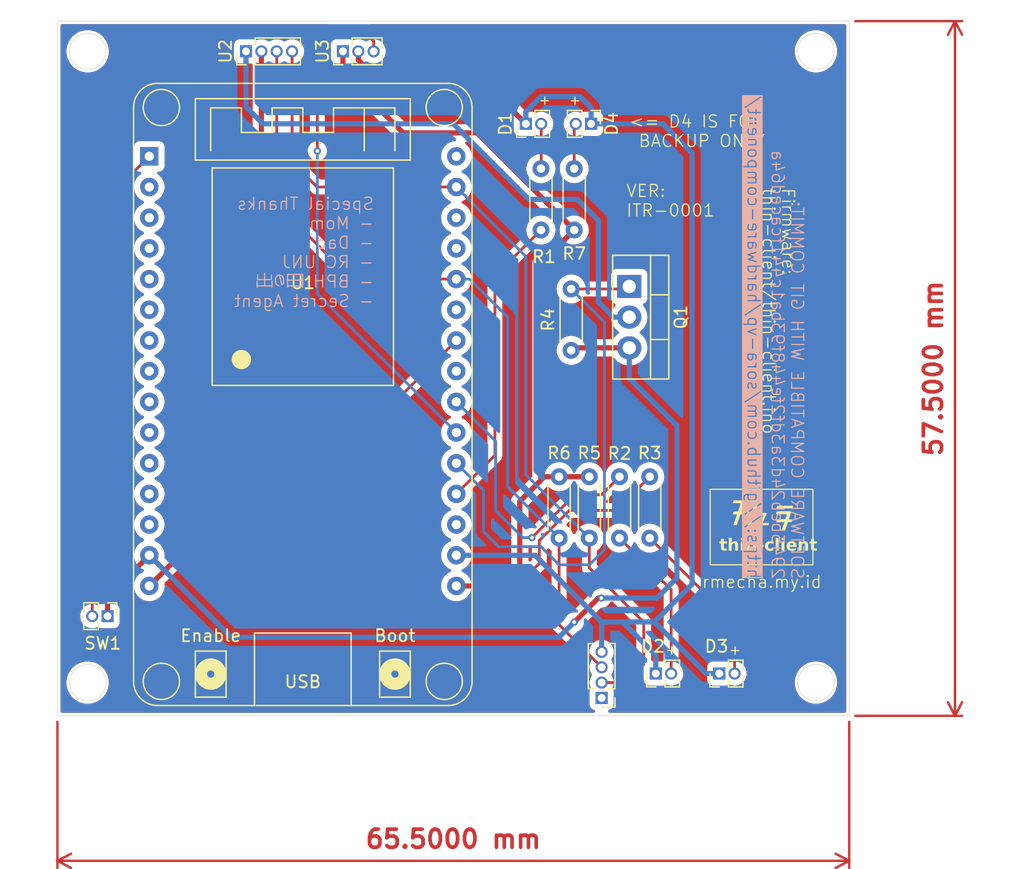
<source format=kicad_pcb>
(kicad_pcb (version 20240108) (generator "pcbnew") (generator_version "8.0")
  (layers (0 "F.Cu" signal) (31 "B.Cu" signal) (34 "B.Paste" user) (35 "F.Paste" user) (36 "B.SilkS" user "B.Silkscreen") (37 "F.SilkS" user "F.Silkscreen") (38 "B.Mask" user) (39 "F.Mask" user) (44 "Edge.Cuts" user))
  (net 0 "")
  (net 1 "GND1")
  (net 2 "Net-(D1-A)")
  (net 3 "Net-(D2-A)")
  (net 4 "Net-(D3-A)")
  (net 5 "Net-(D4-A)")
  (net 7 "/SDA")
  (net 8 "/SCL")
  (net 9 "Net-(Q1-D)")
  (net 10 "GND2")
  (net 11 "/PN532_RESET")
  (net 12 "/SUCCESS_LED")
  (net 13 "/SERIAL_SENT_LED")
  (net 14 "/ERROR_LED")
  (net 15 "+3.3V")
  (net 16 "Net-(U1-EN)")
  (net 33 "/IR_SENSOR")
  (net 36 "+5V")
  (footprint "Resistor_THT:R_Axial_DIN0204_L3.6mm_D1.6mm_P5.08mm_Horizontal" (layer "F.Cu") (at 153.5 114.46 -90)
    (property "Reference" "R2" (at -1.92 0 180) (layer "F.SilkS"))
    (property "Value" "R1k")
    (fp_line (start 0.62 0.92) (end 4.46 0.92) (stroke (width 0.12)) (layer "F.SilkS"))
    (fp_line (start 0.62 -0.92) (end 4.46 -0.92) (stroke (width 0.12)) (layer "F.SilkS"))
    (pad "1" thru_hole circle (at 0 0 270) (size 1.4 1.4) (drill 0.7) (layers "*.Cu" "*.Mask") (net 13 "/SERIAL_SENT_LED"))
    (pad "2" thru_hole oval (at 5.08 0 270) (size 1.4 1.4) (drill 0.7) (layers "*.Cu" "*.Mask") (net 3 "Net-(D2-A)"))
  )
  (footprint "Resistor_THT:R_Axial_DIN0204_L3.6mm_D1.6mm_P5.08mm_Horizontal" (layer "F.Cu") (at 156 114.46 -90)
    (property "Reference" "R3" (at -1.96 0 180) (layer "F.SilkS"))
    (property "Value" "R10")
    (fp_line (start 0.62 0.92) (end 4.46 0.92) (stroke (width 0.12)) (layer "F.SilkS"))
    (fp_line (start 0.62 -0.92) (end 4.46 -0.92) (stroke (width 0.12)) (layer "F.SilkS"))
    (pad "1" thru_hole circle (at 0 0 270) (size 1.4 1.4) (drill 0.7) (layers "*.Cu" "*.Mask") (net 14 "/ERROR_LED"))
    (pad "2" thru_hole oval (at 5.08 0 270) (size 1.4 1.4) (drill 0.7) (layers "*.Cu" "*.Mask") (net 4 "Net-(D3-A)"))
  )
  (footprint "Resistor_THT:R_Axial_DIN0204_L3.6mm_D1.6mm_P5.08mm_Horizontal" (layer "F.Cu") (at 149.5 104 90)
    (property "Reference" "R4" (at 2.54 -1.92 90) (layer "F.SilkS"))
    (property "Value" "R10k")
    (fp_line (start 0.62 -0.92) (end 4.46 -0.92) (stroke (width 0.12)) (layer "F.SilkS"))
    (fp_line (start 0.62 0.92) (end 4.46 0.92) (stroke (width 0.12)) (layer "F.SilkS"))
    (pad "1" thru_hole circle (at 0 0 90) (size 1.4 1.4) (drill 0.7) (layers "*.Cu" "*.Mask") (net 10 "GND2"))
    (pad "2" thru_hole oval (at 5.08 0 90) (size 1.4 1.4) (drill 0.7) (layers "*.Cu" "*.Mask") (net 11 "/PN532_RESET"))
  )
  (footprint "Resistor_THT:R_Axial_DIN0204_L3.6mm_D1.6mm_P5.08mm_Horizontal" (layer "F.Cu") (at 147 94.04 90)
    (property "Reference" "R1" (at -2.21 0.25 180) (layer "F.SilkS"))
    (property "Value" "R10")
    (fp_line (start 0.62 -0.92) (end 4.46 -0.92) (stroke (width 0.12)) (layer "F.SilkS"))
    (fp_line (start 0.62 0.92) (end 4.46 0.92) (stroke (width 0.12)) (layer "F.SilkS"))
    (pad "1" thru_hole circle (at 0 0 90) (size 1.4 1.4) (drill 0.7) (layers "*.Cu" "*.Mask") (net 12 "/SUCCESS_LED"))
    (pad "2" thru_hole oval (at 5.08 0 90) (size 1.4 1.4) (drill 0.7) (layers "*.Cu" "*.Mask") (net 2 "Net-(D1-A)"))
  )
  (footprint "Connector_PinHeader_1.27mm:PinHeader_1x02_P1.27mm_Vertical" (layer "F.Cu") (at 161.75 130.75 90)
    (property "Reference" "D3" (at 2.25 -0.23 180) (layer "F.SilkS"))
    (property "Value" "LED")
    (fp_line (start -1.11 -0.76) (end 0 -0.76) (stroke (width 0.12)) (layer "F.SilkS"))
    (fp_line (start -1.11 0) (end -1.11 -0.76) (stroke (width 0.12)) (layer "F.SilkS"))
    (fp_line (start 1.11 0.76) (end 1.11 1.965) (stroke (width 0.12)) (layer "F.SilkS"))
    (fp_line (start 0.563471 0.76) (end 1.11 0.76) (stroke (width 0.12)) (layer "F.SilkS"))
    (fp_line (start -1.11 0.76) (end -0.563471 0.76) (stroke (width 0.12)) (layer "F.SilkS"))
    (fp_line (start -1.11 0.76) (end -1.11 1.965) (stroke (width 0.12)) (layer "F.SilkS"))
    (fp_line (start 0.30753 1.965) (end 1.11 1.965) (stroke (width 0.12)) (layer "F.SilkS"))
    (fp_line (start -1.11 1.965) (end -0.30753 1.965) (stroke (width 0.12)) (layer "F.SilkS"))
    (pad "1" thru_hole rect (at 0 0 90) (size 1 1) (drill 0.65) (layers "*.Cu" "*.Mask") (net 1 "GND1"))
    (pad "2" thru_hole oval (at 0 1.27 90) (size 1 1) (drill 0.65) (layers "*.Cu" "*.Mask") (net 4 "Net-(D3-A)"))
  )
  (footprint "ESP32_DevKit_V1_DOIT:esp32_devkit_v1_doit" (layer "F.Cu") (at 127.3 87.94)
    (property "Reference" "U1" (at 0 10.47 0) (layer "F.SilkS"))
    (property "Value" "ESP32_DevKit_V1_DOIT")
    (fp_line (start -14 -4.04) (end -14 43.46) (stroke (width 0.12)) (layer "F.SilkS"))
    (fp_line (start -12 -6.04) (end 12 -6.04) (stroke (width 0.12)) (layer "F.SilkS"))
    (fp_line (start -12 45.46) (end 12 45.46) (stroke (width 0.12)) (layer "F.SilkS"))
    (fp_line (start -8.89 -4.77) (end 8.89 -4.77) (stroke (width 0.12)) (layer "F.SilkS"))
    (fp_line (start -8.89 0.31) (end -8.89 -4.77) (stroke (width 0.12)) (layer "F.SilkS"))
    (fp_line (start -8.89 40.95) (end -6.35 40.95) (stroke (width 0.12)) (layer "F.SilkS"))
    (fp_line (start -8.89 44.76) (end -8.89 40.95) (stroke (width 0.12)) (layer "F.SilkS"))
    (fp_line (start -7.62 -4.008) (end -5.08 -4.008) (stroke (width 0.12)) (layer "F.SilkS"))
    (fp_line (start -7.62 -0.452) (end -7.62 -4.008) (stroke (width 0.12)) (layer "F.SilkS"))
    (fp_line (start -7.5 0.96) (end 7.5 0.96) (stroke (width 0.12)) (layer "F.SilkS"))
    (fp_line (start -7.5 18.96) (end -7.5 0.96) (stroke (width 0.12)) (layer "F.SilkS"))
    (fp_line (start -6.35 40.95) (end -6.35 44.76) (stroke (width 0.12)) (layer "F.SilkS"))
    (fp_line (start -6.35 44.76) (end -8.89 44.76) (stroke (width 0.12)) (layer "F.SilkS"))
    (fp_line (start -5.08 -4.008) (end -5.08 -1.976) (stroke (width 0.12)) (layer "F.SilkS"))
    (fp_line (start -5.08 -1.976) (end -2.54 -1.976) (stroke (width 0.12)) (layer "F.SilkS"))
    (fp_line (start -4 39.46) (end -4 45.46) (stroke (width 0.12)) (layer "F.SilkS"))
    (fp_line (start -4 39.46) (end 4 39.46) (stroke (width 0.12)) (layer "F.SilkS"))
    (fp_line (start -2.54 -4.008) (end 0 -4.008) (stroke (width 0.12)) (layer "F.SilkS"))
    (fp_line (start -2.54 -1.976) (end -2.54 -4.008) (stroke (width 0.12)) (layer "F.SilkS"))
    (fp_line (start 0 -4.008) (end 0 -1.976) (stroke (width 0.12)) (layer "F.SilkS"))
    (fp_line (start 0 -1.976) (end 2.54 -1.976) (stroke (width 0.12)) (layer "F.SilkS"))
    (fp_line (start 2.54 -4.008) (end 7.62 -4.008) (stroke (width 0.12)) (layer "F.SilkS"))
    (fp_line (start 2.54 -1.976) (end 2.54 -4.008) (stroke (width 0.12)) (layer "F.SilkS"))
    (fp_line (start 4 39.46) (end 4 45.46) (stroke (width 0.12)) (layer "F.SilkS"))
    (fp_line (start 5.08 -4.008) (end 5.08 -0.452) (stroke (width 0.12)) (layer "F.SilkS"))
    (fp_line (start 6.35 40.95) (end 8.89 40.95) (stroke (width 0.12)) (layer "F.SilkS"))
    (fp_line (start 6.35 44.76) (end 6.35 40.95) (stroke (width 0.12)) (layer "F.SilkS"))
    (fp_line (start 7.5 0.96) (end 7.5 18.96) (stroke (width 0.12)) (layer "F.SilkS"))
    (fp_line (start 7.5 18.96) (end -7.5 18.96) (stroke (width 0.12)) (layer "F.SilkS"))
    (fp_line (start 7.62 -4.008) (end 7.62 -0.452) (stroke (width 0.12)) (layer "F.SilkS"))
    (fp_line (start 8.89 -4.77) (end 8.89 0.31) (stroke (width 0.12)) (layer "F.SilkS"))
    (fp_line (start 8.89 0.31) (end -8.89 0.31) (stroke (width 0.12)) (layer "F.SilkS"))
    (fp_line (start 8.89 40.95) (end 8.89 44.76) (stroke (width 0.12)) (layer "F.SilkS"))
    (fp_line (start 8.89 44.76) (end 6.35 44.76) (stroke (width 0.12)) (layer "F.SilkS"))
    (fp_line (start 14 43.46) (end 14 -4.04) (stroke (width 0.12)) (layer "F.SilkS"))
    (fp_arc (start -14 -4.04) (mid -13.414214 -5.454214) (end -12 -6.04) (stroke (width 0.12)) (layer "F.SilkS"))
    (fp_arc (start -12 45.46) (mid -13.414214 44.874214) (end -14 43.46) (stroke (width 0.12)) (layer "F.SilkS"))
    (fp_arc (start 12 -6.04) (mid 13.414214 -5.454214) (end 14 -4.04) (stroke (width 0.12)) (layer "F.SilkS"))
    (fp_arc (start 14 43.46) (mid 13.414214 44.874214) (end 12 45.46) (stroke (width 0.12)) (layer "F.SilkS"))
    (fp_circle (center -11.7 -4.04) (end -10.2 -4.04) (stroke (width 0.12)) (fill none) (layer "F.SilkS"))
    (fp_circle (center -11.7 43.46) (end -10.2 43.46) (stroke (width 0.12)) (fill none) (layer "F.SilkS"))
    (fp_circle (center -7.62 42.855) (end -7.32 42.855) (stroke (width 1)) (fill none) (layer "F.SilkS"))
    (fp_circle (center -5.08 16.82) (end -4.68 16.82) (stroke (width 0.8)) (fill none) (layer "F.SilkS"))
    (fp_circle (center 7.62 42.855) (end 7.92 42.855) (stroke (width 1)) (fill none) (layer "F.SilkS"))
    (fp_circle (center 11.7 -4.04) (end 13.2 -4.04) (stroke (width 0.12)) (fill none) (layer "F.SilkS"))
    (fp_circle (center 11.7 43.46) (end 13.2 43.46) (stroke (width 0.12)) (fill none) (layer "F.SilkS"))
    (fp_text user "Enable" (at -7.62 39.68 0) (layer "F.SilkS"))
    (fp_text user "USB" (at 0 43.49 0) (layer "F.SilkS"))
    (fp_text user "Boot" (at 7.62 39.68 0) (layer "F.SilkS"))
    (pad "1" thru_hole rect (at -12.7 0) (size 1.524 1.524) (drill 0.762) (layers "*.Cu" "*.Mask") (net 16 "Net-(U1-EN)"))
    (pad "2" thru_hole circle (at -12.7 2.54) (size 1.524 1.524) (drill 0.762) (layers "*.Cu" "*.Mask"))
    (pad "3" thru_hole circle (at -12.7 5.08) (size 1.524 1.524) (drill 0.762) (layers "*.Cu" "*.Mask"))
    (pad "4" thru_hole circle (at -12.7 7.62) (size 1.524 1.524) (drill 0.762) (layers "*.Cu" "*.Mask"))
    (pad "5" thru_hole circle (at -12.7 10.16) (size 1.524 1.524) (drill 0.762) (layers "*.Cu" "*.Mask"))
    (pad "6" thru_hole circle (at -12.7 12.7) (size 1.524 1.524) (drill 0.762) (layers "*.Cu" "*.Mask"))
    (pad "7" thru_hole circle (at -12.7 15.24) (size 1.524 1.524) (drill 0.762) (layers "*.Cu" "*.Mask"))
    (pad "8" thru_hole circle (at -12.7 17.78) (size 1.524 1.524) (drill 0.762) (layers "*.Cu" "*.Mask"))
    (pad "9" thru_hole circle (at -12.7 20.32) (size 1.524 1.524) (drill 0.762) (layers "*.Cu" "*.Mask"))
    (pad "10" thru_hole circle (at -12.7 22.86) (size 1.524 1.524) (drill 0.762) (layers "*.Cu" "*.Mask"))
    (pad "11" thru_hole circle (at -12.7 25.4) (size 1.524 1.524) (drill 0.762) (layers "*.Cu" "*.Mask"))
    (pad "12" thru_hole circle (at -12.7 27.94) (size 1.524 1.524) (drill 0.762) (layers "*.Cu" "*.Mask"))
    (pad "13" thru_hole circle (at -12.7 30.48) (size 1.524 1.524) (drill 0.762) (layers "*.Cu" "*.Mask"))
    (pad "14" thru_hole circle (at -12.7 33.02) (size 1.524 1.524) (drill 0.762) (layers "*.Cu" "*.Mask") (net 10 "GND2"))
    (pad "15" thru_hole circle (at -12.7 35.56) (size 1.524 1.524) (drill 0.762) (layers "*.Cu" "*.Mask") (net 36 "+5V"))
    (pad "16" thru_hole circle (at 12.7 35.56) (size 1.524 1.524) (drill 0.762) (layers "*.Cu" "*.Mask") (net 15 "+3.3V"))
    (pad "17" thru_hole circle (at 12.7 33.02) (size 1.524 1.524) (drill 0.762) (layers "*.Cu" "*.Mask") (net 1 "GND1"))
    (pad "18" thru_hole circle (at 12.7 30.48) (size 1.524 1.524) (drill 0.762) (layers "*.Cu" "*.Mask"))
    (pad "19" thru_hole circle (at 12.7 27.94) (size 1.524 1.524) (drill 0.762) (layers "*.Cu" "*.Mask") (net 12 "/SUCCESS_LED"))
    (pad "20" thru_hole circle (at 12.7 25.4) (size 1.524 1.524) (drill 0.762) (layers "*.Cu" "*.Mask") (net 11 "/PN532_RESET"))
    (pad "21" thru_hole circle (at 12.7 22.86) (size 1.524 1.524) (drill 0.762) (layers "*.Cu" "*.Mask") (net 33 "/IR_SENSOR"))
    (pad "22" thru_hole circle (at 12.7 20.32) (size 1.524 1.524) (drill 0.762) (layers "*.Cu" "*.Mask") (net 13 "/SERIAL_SENT_LED"))
    (pad "23" thru_hole circle (at 12.7 17.78) (size 1.524 1.524) (drill 0.762) (layers "*.Cu" "*.Mask"))
    (pad "24" thru_hole circle (at 12.7 15.24) (size 1.524 1.524) (drill 0.762) (layers "*.Cu" "*.Mask") (net 14 "/ERROR_LED"))
    (pad "25" thru_hole circle (at 12.7 12.7) (size 1.524 1.524) (drill 0.762) (layers "*.Cu" "*.Mask"))
    (pad "26" thru_hole circle (at 12.7 10.16) (size 1.524 1.524) (drill 0.762) (layers "*.Cu" "*.Mask") (net 7 "/SDA"))
    (pad "27" thru_hole circle (at 12.7 7.62) (size 1.524 1.524) (drill 0.762) (layers "*.Cu" "*.Mask"))
    (pad "28" thru_hole circle (at 12.7 5.08) (size 1.524 1.524) (drill 0.762) (layers "*.Cu" "*.Mask"))
    (pad "29" thru_hole circle (at 12.7 2.54) (size 1.524 1.524) (drill 0.762) (layers "*.Cu" "*.Mask") (net 8 "/SCL"))
    (pad "30" thru_hole circle (at 12.7 0) (size 1.524 1.524) (drill 0.762) (layers "*.Cu" "*.Mask"))
  )
  (footprint "Connector_PinHeader_1.27mm:PinHeader_1x02_P1.27mm_Vertical" (layer "F.Cu") (at 145.75 85.25 90)
    (property "Reference" "D1" (at 0 -1.695 90) (layer "F.SilkS"))
    (property "Value" "LED")
    (fp_line (start -1.11 -0.76) (end 0 -0.76) (stroke (width 0.12)) (layer "F.SilkS"))
    (fp_line (start -1.11 0) (end -1.11 -0.76) (stroke (width 0.12)) (layer "F.SilkS"))
    (fp_line (start 1.11 0.76) (end 1.11 1.965) (stroke (width 0.12)) (layer "F.SilkS"))
    (fp_line (start 0.563471 0.76) (end 1.11 0.76) (stroke (width 0.12)) (layer "F.SilkS"))
    (fp_line (start -1.11 0.76) (end -0.563471 0.76) (stroke (width 0.12)) (layer "F.SilkS"))
    (fp_line (start -1.11 0.76) (end -1.11 1.965) (stroke (width 0.12)) (layer "F.SilkS"))
    (fp_line (start 0.30753 1.965) (end 1.11 1.965) (stroke (width 0.12)) (layer "F.SilkS"))
    (fp_line (start -1.11 1.965) (end -0.30753 1.965) (stroke (width 0.12)) (layer "F.SilkS"))
    (pad "1" thru_hole rect (at 0 0 90) (size 1 1) (drill 0.65) (layers "*.Cu" "*.Mask") (net 1 "GND1"))
    (pad "2" thru_hole oval (at 0 1.27 90) (size 1 1) (drill 0.65) (layers "*.Cu" "*.Mask") (net 2 "Net-(D1-A)"))
  )
  (footprint "Connector_PinHeader_1.27mm:PinHeader_1x02_P1.27mm_Vertical" (layer "F.Cu") (at 156.5 130.75 90)
    (property "Reference" "D2" (at 2.25 -0.23 180) (layer "F.SilkS"))
    (property "Value" "LED")
    (fp_line (start -1.11 -0.76) (end 0 -0.76) (stroke (width 0.12)) (layer "F.SilkS"))
    (fp_line (start -1.11 0) (end -1.11 -0.76) (stroke (width 0.12)) (layer "F.SilkS"))
    (fp_line (start 1.11 0.76) (end 1.11 1.965) (stroke (width 0.12)) (layer "F.SilkS"))
    (fp_line (start 0.563471 0.76) (end 1.11 0.76) (stroke (width 0.12)) (layer "F.SilkS"))
    (fp_line (start -1.11 0.76) (end -0.563471 0.76) (stroke (width 0.12)) (layer "F.SilkS"))
    (fp_line (start -1.11 0.76) (end -1.11 1.965) (stroke (width 0.12)) (layer "F.SilkS"))
    (fp_line (start 0.30753 1.965) (end 1.11 1.965) (stroke (width 0.12)) (layer "F.SilkS"))
    (fp_line (start -1.11 1.965) (end -0.30753 1.965) (stroke (width 0.12)) (layer "F.SilkS"))
    (pad "1" thru_hole rect (at 0 0 90) (size 1 1) (drill 0.65) (layers "*.Cu" "*.Mask") (net 1 "GND1"))
    (pad "2" thru_hole oval (at 0 1.27 90) (size 1 1) (drill 0.65) (layers "*.Cu" "*.Mask") (net 3 "Net-(D2-A)"))
  )
  (footprint "Resistor_THT:R_Axial_DIN0204_L3.6mm_D1.6mm_P5.08mm_Horizontal" (layer "F.Cu") (at 148.5 119.54 90)
    (property "Reference" "R6" (at 7.04 0 180) (layer "F.SilkS"))
    (property "Value" "R10k")
    (fp_line (start 0.62 -0.92) (end 4.46 -0.92) (stroke (width 0.12)) (layer "F.SilkS"))
    (fp_line (start 0.62 0.92) (end 4.46 0.92) (stroke (width 0.12)) (layer "F.SilkS"))
    (pad "1" thru_hole circle (at 0 0 90) (size 1.4 1.4) (drill 0.7) (layers "*.Cu" "*.Mask") (net 7 "/SDA"))
    (pad "2" thru_hole oval (at 5.08 0 90) (size 1.4 1.4) (drill 0.7) (layers "*.Cu" "*.Mask") (net 15 "+3.3V"))
  )
  (footprint "Connector_PinHeader_1.27mm:PinHeader_1x02_P1.27mm_Vertical" (layer "F.Cu") (at 111.15 126 -90)
    (property "Reference" "SW1" (at 2.25 0.4 0) (layer "F.SilkS"))
    (property "Value" "SW_Push")
    (fp_line (start -1.11 1.965) (end -0.30753 1.965) (stroke (width 0.12)) (layer "F.SilkS"))
    (fp_line (start 0.30753 1.965) (end 1.11 1.965) (stroke (width 0.12)) (layer "F.SilkS"))
    (fp_line (start -1.11 0.76) (end -1.11 1.965) (stroke (width 0.12)) (layer "F.SilkS"))
    (fp_line (start -1.11 0.76) (end -0.563471 0.76) (stroke (width 0.12)) (layer "F.SilkS"))
    (fp_line (start 0.563471 0.76) (end 1.11 0.76) (stroke (width 0.12)) (layer "F.SilkS"))
    (fp_line (start 1.11 0.76) (end 1.11 1.965) (stroke (width 0.12)) (layer "F.SilkS"))
    (fp_line (start -1.11 0) (end -1.11 -0.76) (stroke (width 0.12)) (layer "F.SilkS"))
    (fp_line (start -1.11 -0.76) (end 0 -0.76) (stroke (width 0.12)) (layer "F.SilkS"))
    (pad "1" thru_hole rect (at 0 0 270) (size 1 1) (drill 0.65) (layers "*.Cu" "*.Mask") (net 10 "GND2"))
    (pad "2" thru_hole oval (at 0 1.27 270) (size 1 1) (drill 0.65) (layers "*.Cu" "*.Mask") (net 16 "Net-(U1-EN)"))
  )
  (footprint "Connector_PinHeader_1.27mm:PinHeader_1x03_P1.27mm_Vertical" (layer "F.Cu") (at 130.62 79.25 90)
    (property "Reference" "U3" (at 0 -1.695 90) (layer "F.SilkS"))
    (property "Value" "~")
    (fp_line (start -1.11 -0.76) (end 0 -0.76) (stroke (width 0.12)) (layer "F.SilkS"))
    (fp_line (start -1.11 0) (end -1.11 -0.76) (stroke (width 0.12)) (layer "F.SilkS"))
    (fp_line (start 1.11 0.76) (end 1.11 3.235) (stroke (width 0.12)) (layer "F.SilkS"))
    (fp_line (start 0.563471 0.76) (end 1.11 0.76) (stroke (width 0.12)) (layer "F.SilkS"))
    (fp_line (start -1.11 0.76) (end -0.563471 0.76) (stroke (width 0.12)) (layer "F.SilkS"))
    (fp_line (start -1.11 0.76) (end -1.11 3.235) (stroke (width 0.12)) (layer "F.SilkS"))
    (fp_line (start 0.30753 3.235) (end 1.11 3.235) (stroke (width 0.12)) (layer "F.SilkS"))
    (fp_line (start -1.11 3.235) (end -0.30753 3.235) (stroke (width 0.12)) (layer "F.SilkS"))
    (pad "1" thru_hole rect (at 0 0 90) (size 1 1) (drill 0.65) (layers "*.Cu" "*.Mask") (net 15 "+3.3V"))
    (pad "2" thru_hole oval (at 0 1.27 90) (size 1 1) (drill 0.65) (layers "*.Cu" "*.Mask") (net 1 "GND1"))
    (pad "3" thru_hole oval (at 0 2.54 90) (size 1 1) (drill 0.65) (layers "*.Cu" "*.Mask") (net 33 "/IR_SENSOR"))
  )
  (footprint "Package_TO_SOT_THT:TO-220-3_Vertical" (layer "F.Cu") (at 154.305 98.71 -90)
    (property "Reference" "Q1" (at 2.54 -4.27 90) (layer "F.SilkS"))
    (property "Value" "IRLZ44N")
    (fp_line (start -2.58 1.371) (end 7.66 1.371) (stroke (width 0.12)) (layer "F.SilkS"))
    (fp_line (start -2.58 -1.76) (end 7.66 -1.76) (stroke (width 0.12)) (layer "F.SilkS"))
    (fp_line (start -2.58 -3.27) (end -2.58 1.371) (stroke (width 0.12)) (layer "F.SilkS"))
    (fp_line (start -2.58 -3.27) (end 7.66 -3.27) (stroke (width 0.12)) (layer "F.SilkS"))
    (fp_line (start 0.69 -3.27) (end 0.69 -1.76) (stroke (width 0.12)) (layer "F.SilkS"))
    (fp_line (start 4.391 -3.27) (end 4.391 -1.76) (stroke (width 0.12)) (layer "F.SilkS"))
    (fp_line (start 7.66 -3.27) (end 7.66 1.371) (stroke (width 0.12)) (layer "F.SilkS"))
    (pad "1" thru_hole rect (at 0 0 270) (size 1.905 2) (drill 1.1) (layers "*.Cu" "*.Mask") (net 11 "/PN532_RESET"))
    (pad "2" thru_hole oval (at 2.54 0 270) (size 1.905 2) (drill 1.1) (layers "*.Cu" "*.Mask") (net 9 "Net-(Q1-D)"))
    (pad "3" thru_hole oval (at 5.08 0 270) (size 1.905 2) (drill 1.1) (layers "*.Cu" "*.Mask") (net 10 "GND2"))
  )
  (footprint "Connector_PinHeader_1.27mm:PinHeader_1x02_P1.27mm_Vertical" (layer "F.Cu") (at 151.15 85.25 -90)
    (property "Reference" "D4" (at 0 -1.695 90) (layer "F.SilkS"))
    (property "Value" "LED")
    (fp_line (start -1.11 1.965) (end -0.30753 1.965) (stroke (width 0.12)) (layer "F.SilkS"))
    (fp_line (start 0.30753 1.965) (end 1.11 1.965) (stroke (width 0.12)) (layer "F.SilkS"))
    (fp_line (start -1.11 0.76) (end -1.11 1.965) (stroke (width 0.12)) (layer "F.SilkS"))
    (fp_line (start -1.11 0.76) (end -0.563471 0.76) (stroke (width 0.12)) (layer "F.SilkS"))
    (fp_line (start 0.563471 0.76) (end 1.11 0.76) (stroke (width 0.12)) (layer "F.SilkS"))
    (fp_line (start 1.11 0.76) (end 1.11 1.965) (stroke (width 0.12)) (layer "F.SilkS"))
    (fp_line (start -1.11 0) (end -1.11 -0.76) (stroke (width 0.12)) (layer "F.SilkS"))
    (fp_line (start -1.11 -0.76) (end 0 -0.76) (stroke (width 0.12)) (layer "F.SilkS"))
    (pad "1" thru_hole rect (at 0 0 270) (size 1 1) (drill 0.65) (layers "*.Cu" "*.Mask") (net 1 "GND1"))
    (pad "2" thru_hole oval (at 0 1.27 270) (size 1 1) (drill 0.65) (layers "*.Cu" "*.Mask") (net 5 "Net-(D4-A)"))
  )
  (footprint "Connector_PinHeader_1.27mm:PinHeader_1x04_P1.27mm_Vertical" (layer "F.Cu") (at 122.6 79.25 90)
    (property "Reference" "U2" (at 0 -1.695 90) (layer "F.SilkS"))
    (property "Value" "~")
    (fp_line (start -1.11 -0.76) (end 0 -0.76) (stroke (width 0.12)) (layer "F.SilkS"))
    (fp_line (start -1.11 0) (end -1.11 -0.76) (stroke (width 0.12)) (layer "F.SilkS"))
    (fp_line (start 1.11 0.76) (end 1.11 4.505) (stroke (width 0.12)) (layer "F.SilkS"))
    (fp_line (start 0.563471 0.76) (end 1.11 0.76) (stroke (width 0.12)) (layer "F.SilkS"))
    (fp_line (start -1.11 0.76) (end -0.563471 0.76) (stroke (width 0.12)) (layer "F.SilkS"))
    (fp_line (start -1.11 0.76) (end -1.11 4.505) (stroke (width 0.12)) (layer "F.SilkS"))
    (fp_line (start 0.30753 4.505) (end 1.11 4.505) (stroke (width 0.12)) (layer "F.SilkS"))
    (fp_line (start -1.11 4.505) (end -0.30753 4.505) (stroke (width 0.12)) (layer "F.SilkS"))
    (pad "1" thru_hole rect (at 0 0 90) (size 1 1) (drill 0.65) (layers "*.Cu" "*.Mask") (net 9 "Net-(Q1-D)"))
    (pad "2" thru_hole oval (at 0 1.27 90) (size 1 1) (drill 0.65) (layers "*.Cu" "*.Mask") (net 36 "+5V"))
    (pad "3" thru_hole oval (at 0 2.54 90) (size 1 1) (drill 0.65) (layers "*.Cu" "*.Mask") (net 7 "/SDA"))
    (pad "4" thru_hole oval (at 0 3.81 90) (size 1 1) (drill 0.65) (layers "*.Cu" "*.Mask") (net 8 "/SCL"))
  )
  (footprint "Resistor_THT:R_Axial_DIN0204_L3.6mm_D1.6mm_P5.08mm_Horizontal" (layer "F.Cu") (at 151 119.54 90)
    (property "Reference" "R5" (at 7.04 0 180) (layer "F.SilkS"))
    (property "Value" "R10k")
    (fp_line (start 0.62 -0.92) (end 4.46 -0.92) (stroke (width 0.12)) (layer "F.SilkS"))
    (fp_line (start 0.62 0.92) (end 4.46 0.92) (stroke (width 0.12)) (layer "F.SilkS"))
    (pad "1" thru_hole circle (at 0 0 90) (size 1.4 1.4) (drill 0.7) (layers "*.Cu" "*.Mask") (net 8 "/SCL"))
    (pad "2" thru_hole oval (at 5.08 0 90) (size 1.4 1.4) (drill 0.7) (layers "*.Cu" "*.Mask") (net 15 "+3.3V"))
  )
  (footprint "Resistor_THT:R_Axial_DIN0204_L3.6mm_D1.6mm_P5.08mm_Horizontal" (layer "F.Cu") (at 149.75 94.04 90)
    (property "Reference" "R7" (at -1.96 0 180) (layer "F.SilkS"))
    (property "Value" "R10")
    (fp_line (start 0.62 -0.92) (end 4.46 -0.92) (stroke (width 0.12)) (layer "F.SilkS"))
    (fp_line (start 0.62 0.92) (end 4.46 0.92) (stroke (width 0.12)) (layer "F.SilkS"))
    (pad "1" thru_hole circle (at 0 0 90) (size 1.4 1.4) (drill 0.7) (layers "*.Cu" "*.Mask") (net 15 "+3.3V"))
    (pad "2" thru_hole oval (at 5.08 0 90) (size 1.4 1.4) (drill 0.7) (layers "*.Cu" "*.Mask") (net 5 "Net-(D4-A)"))
  )
  (footprint "Connector_PinHeader_1.27mm:PinHeader_1x04_P1.27mm_Vertical" (layer "F.Cu") (at 152.02 132.77 180)
    (property "Reference" "J1" (hide yes))
    (property "Value" "AudioJackI2C_Switch")
    (fp_line (start 1.11 0.76) (end 1.11 4.505) (stroke (width 0.12)) (layer "F.SilkS"))
    (fp_line (start 0.563471 0.76) (end 1.11 0.76) (stroke (width 0.12)) (layer "F.SilkS"))
    (fp_line (start 0.30753 4.505) (end 1.11 4.505) (stroke (width 0.12)) (layer "F.SilkS"))
    (fp_line (start -1.11 4.505) (end -0.30753 4.505) (stroke (width 0.12)) (layer "F.SilkS"))
    (fp_line (start -1.11 0.76) (end -0.563471 0.76) (stroke (width 0.12)) (layer "F.SilkS"))
    (fp_line (start -1.11 0.76) (end -1.11 4.505) (stroke (width 0.12)) (layer "F.SilkS"))
    (fp_line (start -1.11 0) (end -1.11 -0.76) (stroke (width 0.12)) (layer "F.SilkS"))
    (fp_line (start -1.11 -0.76) (end 0 -0.76) (stroke (width 0.12)) (layer "F.SilkS"))
    (pad "1" thru_hole rect (at 0 0 180) (size 1 1) (drill 0.65) (layers "*.Cu" "*.Mask"))
    (pad "2" thru_hole oval (at 0 1.27 180) (size 1 1) (drill 0.65) (layers "*.Cu" "*.Mask") (net 8 "/SCL"))
    (pad "3" thru_hole oval (at 0 2.54 180) (size 1 1) (drill 0.65) (layers "*.Cu" "*.Mask") (net 7 "/SDA"))
    (pad "4" thru_hole oval (at 0 3.81 180) (size 1 1) (drill 0.65) (layers "*.Cu" "*.Mask") (net 1 "GND1"))
  )
  (footprint "LOGO" (layer "F.Cu") (at 165.25 117.5)
    (property "Reference" "G***" (hide yes))
    (property "Value" "LOGO" (hide yes))
    (fp_poly (pts (xy 2.585198 -0.532168) (xy 2.550173 -0.424134) (xy 1.882878 -0.416131) (xy 1.215582 -0.408129) (xy 1.225912 -0.456144) (xy 1.241582 -0.507976) (xy 1.258323 -0.547378) (xy 1.27441 -0.586725) (xy 1.280403 -0.6154) (xy 1.283196 -0.621518) (xy 1.293425 -0.626555) (xy 1.313863 -0.630612) (xy 1.347283 -0.633791) (xy 1.396458 -0.636197) (xy 1.464162 -0.63793) (xy 1.553167 -0.639095) (xy 1.666247 -0.639793) (xy 1.806175 -0.640127) (xy 1.950313 -0.640202) (xy 2.620223 -0.640202)) (fill solid) (layer "F.SilkS"))
    (fp_poly (pts (xy 1.933755 -0.189848) (xy 2.049966 -0.18735) (xy 2.159391 -0.183757) (xy 2.257802 -0.179182) (xy 2.34097 -0.173738) (xy 2.404668 -0.167539) (xy 2.444668 -0.160698) (xy 2.456836 -0.153593) (xy 2.447152 -0.121156) (xy 2.431029 -0.068386) (xy 2.410709 -0.002492) (xy 2.388434 0.069318) (xy 2.366447 0.139835) (xy 2.34699 0.201848) (xy 2.332305 0.24815) (xy 2.324635 0.271531) (xy 2.324432 0.272085) (xy 2.315126 0.297913) (xy 2.313078 0.304096) (xy 2.286957 0.388321) (xy 2.268561 0.442316) (xy 2.264736 0.452142) (xy 2.262081 0.465369) (xy 2.270914 0.47364) (xy 2.296708 0.478097) (xy 2.344933 0.479881) (xy 2.399044 0.480151) (xy 2.46289 0.481196) (xy 2.512525 0.483997) (xy 2.540849 0.488054) (xy 2.544801 0.490429) (xy 2.540536 0.509811) (xy 2.529311 0.551175) (xy 2.513477 0.605878) (xy 2.512113 0.610467) (xy 2.479426 0.720227) (xy 2.317385 0.720227) (xy 2.251002 0.721084) (xy 2.199702 0.723398) (xy 2.169705 0.726785) (xy 2.164795 0.729676) (xy 2.165552 0.749062) (xy 2.156402 0.786873) (xy 2.150073 0.8057) (xy 2.133887 0.852275) (xy 2.12248 0.88868) (xy 2.120508 0.896282) (xy 2.114424 0.917526) (xy 2.112665 0.92029) (xy 2.10747 0.933122) (xy 2.104549 0.944297) (xy 2.097452 0.967344) (xy 2.081749 1.014558) (xy 2.059481 1.079919) (xy 2.032688 1.157406) (xy 2.020487 1.192375) (xy 1.942093 1.416446) (xy 1.795306 1.421048) (xy 1.731239 1.422166) (xy 1.681343 1.421343) (xy 1.652684 1.418782) (xy 1.648519 1.416829) (xy 1.655193 1.396991) (xy 1.663374 1.380217) (xy 1.674292 1.353798) (xy 1.69191 1.304675) (xy 1.713469 1.240727) (xy 1.729107 1.192375) (xy 1.75204 1.121131) (xy 1.773002 1.057605) (xy 1.78913 1.010395) (xy 1.795705 0.992426) (xy 1.808256 0.957632) (xy 1.826534 0.903505) (xy 1.846751 0.841278) (xy 1.84831 0.836377) (xy 1.885195 0.720227) (xy 1.550789 0.720227) (xy 1.451254 0.71968) (xy 1.363538 0.718153) (xy 1.292322 0.715814) (xy 1.24229 0.71283) (xy 1.218125 0.709371) (xy 1.216619 0.708223) (xy 1.222052 0.680621) (xy 1.23529 0.635719) (xy 1.252645 0.584183) (xy 1.270429 0.53668) (xy 1.284954 0.503877) (xy 1.289894 0.496268) (xy 1.31007 0.491314) (xy 1.35739 0.486606) (xy 1.426987 0.482423) (xy 1.513994 0.479048) (xy 1.613545 0.476761) (xy 1.632023 0.476492) (xy 1.95872 0.472148) (xy 1.995828 0.376316) (xy 2.020932 0.306781) (xy 2.047189 0.226814) (xy 2.063565 0.172252) (xy 2.094194 0.06402) (xy 1.64823 0.06402) (xy 1.531961 0.063546) (xy 1.426387 0.062209) (xy 1.33567 0.060135) (xy 1.263973 0.057448) (xy 1.21546 0.054276) (xy 1.194292 0.050742) (xy 1.193787 0.050299) (xy 1.194356 0.029286) (xy 1.203961 -0.012723) (xy 1.220531 -0.066703) (xy 1.220845 -0.067626) (xy 1.256384 -0.17183) (xy 1.398893 -0.181945) (xy 1.485612 -0.186623) (xy 1.586687 -0.189638) (xy 1.697887 -0.191106) (xy 1.814986 -0.191138)) (fill solid) (layer "F.SilkS"))
    (fp_poly (pts (xy -1.57953 -1.085316) (xy -1.491101 -1.083933) (xy -1.429082 -1.081312) (xy -1.391612 -1.077398) (xy -1.376831 -1.072136) (xy -1.376434 -1.070939) (xy -1.381337 -1.048826) (xy -1.394508 -1.004098) (xy -1.413644 -0.944352) (xy -1.426283 -0.906646) (xy -1.449602 -0.837132) (xy -1.470212 -0.773849) (xy -1.484986 -0.726481) (xy -1.489091 -0.712225) (xy -1.499335 -0.678302) (xy -1.517453 -0.622139) (xy -1.540823 -0.551738) (xy -1.565094 -0.480151) (xy -1.590683 -0.404395) (xy -1.613104 -0.336084) (xy -1.629862 -0.282944) (xy -1.63826 -0.253567) (xy -1.649595 -0.211609) (xy -1.658166 -0.185545) (xy -1.659041 -0.173934) (xy -1.647503 -0.166448) (xy -1.618383 -0.16222) (xy -1.566509 -0.160382) (xy -1.506186 -0.160051) (xy -1.425152 -0.158412) (xy -1.371019 -0.153649) (xy -1.345954 -0.145987) (xy -1.344424 -0.143052) (xy -1.349816 -0.113708) (xy -1.363314 -0.066882) (xy -1.380897 -0.014501) (xy -1.398547 0.031505) (xy -1.412245 0.059208) (xy -1.412846 0.060019) (xy -1.436474 0.070723) (xy -1.488515 0.07734) (xy -1.570505 0.080045) (xy -1.59046 0.080131) (xy -1.752552 0.080238) (xy -1.823483 0.300201) (xy -1.849663 0.380663) (xy -1.873119 0.451406) (xy -1.891766 0.506243) (xy -1.90352 0.53899) (xy -1.90566 0.544171) (xy -1.915502 0.569633) (xy -1.932144 0.617047) (xy -1.952621 0.67788) (xy -1.961274 0.704222) (xy -1.984661 0.775499) (xy -2.007403 0.844086) (xy -2.025448 0.897776) (xy -2.029041 0.908286) (xy -2.05244 0.976307) (xy -2.194588 0.976307) (xy -2.257566 0.975451) (xy -2.306242 0.97316) (xy -2.333427 0.969849) (xy -2.336736 0.968088) (xy -2.3304 0.948607) (xy -2.322766 0.932076) (xy -2.313934 0.909523) (xy -2.297931 0.864286) (xy -2.277013 0.803172) (xy -2.253436 0.732984) (xy -2.229457 0.660529) (xy -2.20733 0.592611) (xy -2.189311 0.536036) (xy -2.177657 0.497609) (xy -2.174435 0.484597) (xy -2.169198 0.468979) (xy -2.155859 0.432339) (xy -2.142537 0.396569) (xy -2.123827 0.345439) (xy -2.109613 0.304249) (xy -2.104663 0.28809) (xy -2.095892 0.260553) (xy -2.079717 0.214672) (xy -2.065572 0.176281) (xy -2.047947 0.128628) (xy -2.035996 0.095053) (xy -2.03264 0.084252) (xy -2.047569 0.082553) (xy -2.088046 0.081181) (xy -2.147611 0.080289) (xy -2.208696 0.080025) (xy -2.279423 0.079686) (xy -2.336554 0.078766) (xy -2.373638 0.077412) (xy -2.384578 0.076024) (xy -2.379226 0.053797) (xy -2.36642 0.012564) (xy -2.34986 -0.036678) (xy -2.333247 -0.082934) (xy -2.32028 -0.115204) (xy -2.320128 -0.115535) (xy -2.310247 -0.134572) (xy -2.297449 -0.14722) (xy -2.275517 -0.154999) (xy -2.238233 -0.159432) (xy -2.17938 -0.162043) (xy -2.124067 -0.16355) (xy -1.948088 -0.168053) (xy -1.925557 -0.240076) (xy -1.91128 -0.286298) (xy -1.901164 -0.320117) (xy -1.898939 -0.328104) (xy -1.886229 -0.370621) (xy -1.86696 -0.42789) (xy -1.846337 -0.484889) (xy -1.832378 -0.520164) (xy -1.815905 -0.563401) (xy -1.795561 -0.622784) (xy -1.775333 -0.685962) (xy -1.759211 -0.740586) (xy -1.752268 -0.768242) (xy -1.742011 -0.804264) (xy -1.736213 -0.820259) (xy -1.7344 -0.829647) (xy -1.740012 -0.836673) (xy -1.756926 -0.841676) (xy -1.789023 -0.844996) (xy -1.840181 -0.846972) (xy -1.914281 -0.847945) (xy -2.0152 -0.848253) (xy -2.056014 -0.848267) (xy -2.386908 -0.848267) (xy -2.375486 -0.884279) (xy -2.363696 -0.920374) (xy -2.346524 -0.971779) (xy -2.336875 -1.000315) (xy -2.309686 -1.080341) (xy -1.84306 -1.084584) (xy -1.696229 -1.085515)) (fill solid) (layer "F.SilkS"))
    (fp_poly (pts (xy -0.564779 -1.08805) (xy -0.458284 -1.087221) (xy -0.366585 -1.085933) (xy -0.293815 -1.084265) (xy -0.244107 -1.082294) (xy -0.221594 -1.080096) (xy -0.220779 -1.079716) (xy -0.221937 -1.062265) (xy -0.231011 -1.022071) (xy -0.245781 -0.966755) (xy -0.264026 -0.903938) (xy -0.283527 -0.84124) (xy -0.302063 -0.786282) (xy -0.317414 -0.746684) (xy -0.318518 -0.744235) (xy -0.329028 -0.716149) (xy -0.345972 -0.665242) (xy -0.366779 -0.59941) (xy -0.38362 -0.544172) (xy -0.406568 -0.468914) (xy -0.42845 -0.39927) (xy -0.446312 -0.344537) (xy -0.454831 -0.320101) (xy -0.474428 -0.265374) (xy -0.492442 -0.212235) (xy -0.492497 -0.212067) (xy -0.509381 -0.160051) (xy -0.343836 -0.160051) (xy -0.17829 -0.160051) (xy -0.191715 -0.11324) (xy -0.198493 -0.077457) (xy -0.195933 -0.057223) (xy -0.177816 -0.054405) (xy -0.132689 -0.051935) (xy -0.06555 -0.049955) (xy 0.0186 -0.048605) (xy 0.114763 -0.048027) (xy 0.130708 -0.048015) (xy 0.22757 -0.047738) (xy 0.312507 -0.046965) (xy 0.380709 -0.045783) (xy 0.427363 -0.044281) (xy 0.447658 -0.042547) (xy 0.448141 -0.042227) (xy 0.442127 -0.025883) (xy 0.426226 0.012045) (xy 0.403648 0.063936) (xy 0.399282 0.07381) (xy 0.372098 0.135281) (xy 0.347234 0.191732) (xy 0.329943 0.231233) (xy 0.329578 0.232073) (xy 0.309803 0.276649) (xy 0.284816 0.331761) (xy 0.275461 0.352111) (xy 0.25055 0.407174) (xy 0.221102 0.474002) (xy 0.189759 0.546375) (xy 0.159162 0.618074) (xy 0.131954 0.68288) (xy 0.110776 0.734574) (xy 0.098271 0.766936) (xy 0.09603 0.774495) (xy 0.111158 0.777731) (xy 0.153038 0.780512) (xy 0.21641 0.782647) (xy 0.296018 0.783942) (xy 0.361826 0.784247) (xy 0.45994 0.784516) (xy 0.530284 0.785611) (xy 0.577095 0.787963) (xy 0.604609 0.792005) (xy 0.617065 0.798169) (xy 0.6187 0.806885) (xy 0.617618 0.810315) (xy 0.607624 0.84155) (xy 0.594581 0.888556) (xy 0.589998 0.906345) (xy 0.572381 0.976307) (xy 0.180824 0.976307) (xy 0.073105 0.97584) (xy -0.022782 0.974528) (xy -0.102593 0.972501) (xy -0.16209 0.969893) (xy -0.197029 0.966836) (xy -0.204554 0.964303) (xy -0.197292 0.949122) (xy -0.182707 0.917286) (xy -0.159196 0.86525) (xy -0.125153 0.789472) (xy -0.101288 0.736232) (xy -0.075361 0.679913) (xy -0.050661 0.628775) (xy -0.038023 0.60419) (xy -0.014196 0.560176) (xy -0.148476 0.560176) (xy -0.210978 0.559142) (xy -0.260408 0.556386) (xy -0.288674 0.552432) (xy -0.292024 0.550909) (xy -0.292803 0.531625) (xy -0.284207 0.493312) (xy -0.277181 0.470883) (xy -0.253072 0.400126) (xy -0.102327 0.400126) (xy 0.048419 0.400126) (xy 0.08868 0.309087) (xy 0.111879 0.254086) (xy 0.13032 0.2058) (xy 0.138228 0.181047) (xy 0.147515 0.144045) (xy -0.07829 0.144045) (xy -0.167355 0.143811) (xy -0.229311 0.142645) (xy -0.269058 0.139853) (xy -0.291499 0.134741) (xy -0.301532 0.126612) (xy -0.30406 0.114773) (xy -0.304096 0.112035) (xy -0.306526 0.096759) (xy -0.3179 0.087297) (xy -0.344341 0.082274) (xy -0.391974 0.080313) (xy -0.446567 0.080025) (xy -0.589039 0.080025) (xy -0.63055 0.204064) (xy -0.652851 0.270796) (xy -0.681292 0.356031) (xy -0.711911 0.447897) (xy -0.735973 0.520164) (xy -0.765737 0.609193) (xy -0.796976 0.701948) (xy -0.825592 0.786297) (xy -0.844083 0.840264) (xy -0.88828 0.968305) (xy -1.028324 0.972929) (xy -1.090764 0.974182) (xy -1.138864 0.973607) (xy -1.165393 0.971362) (xy -1.168368 0.96989) (xy -1.163632 0.952854) (xy -1.150701 0.911318) (xy -1.131496 0.851152) (xy -1.107935 0.778225) (xy -1.081939 0.698408) (xy -1.055426 0.617571) (xy -1.030316 0.541584) (xy -1.008529 0.476317) (xy -0.991983 0.42764) (xy -0.982598 0.401423) (xy -0.98207 0.400126) (xy -0.97271 0.375189) (xy -0.955878 0.327912) (xy -0.934391 0.266268) (xy -0.921249 0.228072) (xy -0.870551 0.080025) (xy -1.043467 0.080025) (xy -1.124287 0.079672) (xy -1.177092 0.076255) (xy -1.205874 0.066235) (xy -1.214625 0.046075) (xy -1.207337 0.012237) (xy -1.188002 -0.038817) (xy -1.185295 -0.045677) (xy -1.169438 -0.091382) (xy -1.16213 -0.123978) (xy -1.163176 -0.133518) (xy -1.158583 -0.143873) (xy -1.123152 -0.152426) (xy -1.058011 -0.159019) (xy -0.964292 -0.163496) (xy -0.944298 -0.164069) (xy -0.79225 -0.168053) (xy -0.707397 -0.416131) (xy -0.678138 -0.502582) (xy -0.652229 -0.580847) (xy -0.631639 -0.64484) (xy -0.618339 -0.688475) (xy -0.614606 -0.702697) (xy -0.601839 -0.745716) (xy -0.591425 -0.769666) (xy -0.578531 -0.795415) (xy -0.573445 -0.814821) (xy -0.579643 -0.82878) (xy -0.600605 -0.838189) (xy -0.639808 -0.843946) (xy -0.70073 -0.846947) (xy -0.78685 -0.848088) (xy -0.896283 -0.848267) (xy -1.009883 -0.8487) (xy -1.094863 -0.850144) (xy -1.154604 -0.852817) (xy -1.192486 -0.856936) (xy -1.21189 -0.862719) (xy -1.216383 -0.868888) (xy -1.210913 -0.896297) (xy -1.197193 -0.941625) (xy -1.179263 -0.993233) (xy -1.16116 -1.039482) (xy -1.147179 -1.068337) (xy -1.135395 -1.074546) (xy -1.106993 -1.079439) (xy -1.059233 -1.083135) (xy -0.989377 -1.085751) (xy -0.894686 -1.087404) (xy -0.772422 -1.088214) (xy -0.681937 -1.088343)) (fill solid) (layer "F.SilkS"))
  )
  (gr_rect (start 161 115.5) (end 169.5 121.75) (stroke (width 0.1)) (fill none) (layer "F.SilkS"))
  (gr_circle (center 109.5 79.25) (end 111 79.25) (stroke (width 0.05)) (fill none) (layer "Edge.Cuts"))
  (gr_circle (center 169.75 79.25) (end 171.25 79.25) (stroke (width 0.05)) (fill none) (layer "Edge.Cuts"))
  (gr_circle (center 109.5 131.5) (end 111 131.5) (stroke (width 0.05)) (fill none) (layer "Edge.Cuts"))
  (gr_circle (center 169.75 131.5) (end 171.25 131.5) (stroke (width 0.05)) (fill none) (layer "Edge.Cuts"))
  (gr_rect (start 107 76.75) (end 172.5 134.25) (stroke (width 0.05)) (fill none) (layer "Edge.Cuts"))
  (gr_text "https://github.com/sora-vp/hardware-component/" (at 164 123 270) (layer "B.SilkS" knockout) (effects (font (size 1 1) (thickness 0.1)) (justify left bottom mirror)))
  (gr_text "SOFTWARE COMPATIBLE WITH GIT COMMIT:\n2945beb24d3a3df2fe448f93ba1c441fcaced64a" (at 166 123 270) (layer "B.SilkS") (effects (font (size 1 1) (thickness 0.1)) (justify left bottom mirror)))
  (gr_text "Special Thanks\n- Mom\n- Dad\n- RC UNJ\n- BPH 日の出\n- Secret Agent" (at 133.25 100.5 0) (layer "B.SilkS") (effects (font (size 1 1) (thickness 0.1)) (justify left bottom mirror)))
  (gr_text "+" (at 157.25 129.25 0) (layer "F.SilkS") (effects (font (size 0.8 0.8) (thickness 0.1)) (justify left bottom)))
  (gr_text "+" (at 146.75 83.75 0) (layer "F.SilkS") (effects (font (size 0.8 0.8) (thickness 0.1)) (justify left bottom)))
  (gr_text "<= D4 IS FOR\n BACKUP ONLY" (at 154.25 87.25 0) (layer "F.SilkS") (effects (font (size 1 1) (thickness 0.1)) (justify left bottom)))
  (gr_text "Firmware:\nthin-client/thin-client.ino" (at 165.25 90.5 270) (layer "F.SilkS") (effects (font (size 1 1) (thickness 0.1)) (justify left bottom)))
  (gr_text "thin-client" (at 161.75 120.75 0) (layer "F.SilkS") (effects (font (size 1 1) (thickness 0.2) (bold yes)) (justify left bottom)))
  (gr_text "VER:\nITR-0001" (at 154 93 0) (layer "F.SilkS") (effects (font (size 1 1) (thickness 0.1)) (justify left bottom)))
  (gr_text "+" (at 149.25 83.75 0) (layer "F.SilkS") (effects (font (size 0.8 0.8) (thickness 0.1)) (justify left bottom)))
  (gr_text "rmecha.my.id" (at 160.25 123.75 0) (layer "F.SilkS") (effects (font (size 1 1) (thickness 0.1)) (justify left bottom)))
  (gr_text "+" (at 162.5 129.25 0) (layer "F.SilkS") (effects (font (size 0.8 0.8) (thickness 0.1)) (justify left bottom)))
  (dimension (type aligned) (layer "F.Cu") (pts (xy 107 134.25) (xy 172.5 134.25)) (height 12) (gr_text "65,5000 mm" (at 139.75 144.45 0) (layer "F.Cu") (effects (font (size 1.5 1.5) (thickness 0.3)))) (format (prefix "") (suffix "") (units 3) (units_format 1) (precision 4)) (style (thickness 0.2) (arrow_length 1.27) (text_position_mode 0) (extension_height 0.58642) (extension_offset 0.5) keep_text_aligned))
  (dimension (type aligned) (layer "F.Cu") (pts (xy 172.5 134.25) (xy 172.5 76.75)) (height 8.75) (gr_text "57,5000 mm" (at 179.45 105.5 90) (layer "F.Cu") (effects (font (size 1.5 1.5) (thickness 0.3)))) (format (prefix "") (suffix "") (units 3) (units_format 1) (precision 4)) (style (thickness 0.2) (arrow_length 1.27) (text_position_mode 0) (extension_height 0.58642) (extension_offset 0.5) keep_text_aligned))
  (segment (start 143 82.5) (end 145.75 85.25) (width 0.43) (layer "F.Cu") (net 1))
  (segment (start 131.89 79.957106) (end 134.432894 82.5) (width 0.43) (layer "F.Cu") (net 1))
  (segment (start 134.432894 82.5) (end 143 82.5) (width 0.43) (layer "F.Cu") (net 1))
  (segment (start 131.89 79.25) (end 131.89 79.957106) (width 0.43) (layer "F.Cu") (net 1))
  (segment (start 151.15 85.25) (end 157.082206 85.25) (width 0.43) (layer "B.Cu") (net 1))
  (segment (start 140 120.96) (end 146.5 120.96) (width 0.43) (layer "B.Cu") (net 1))
  (segment (start 156.385 126.48) (end 155.5 126.48) (width 0.43) (layer "B.Cu") (net 1))
  (segment (start 159.5 87.667794) (end 159.5 123.365) (width 0.43) (layer "B.Cu") (net 1))
  (segment (start 159.5 123.365) (end 156.385 126.48) (width 0.43) (layer "B.Cu") (net 1))
  (segment (start 151.15 85.25) (end 151.15 83.9) (width 0.43) (layer "B.Cu") (net 1))
  (segment (start 147 83) (end 150.25 83) (width 0.43) (layer "B.Cu") (net 1))
  (segment (start 161.75 130.75) (end 160.655 130.75) (width 0.43) (layer "B.Cu") (net 1))
  (segment (start 160.655 130.75) (end 156.385 126.48) (width 0.43) (layer "B.Cu") (net 1))
  (segment (start 156.5 130.75) (end 156.5 129.23) (width 0.43) (layer "B.Cu") (net 1))
  (segment (start 152.02 126.48) (end 152.02 128.96) (width 0.43) (layer "B.Cu") (net 1))
  (segment (start 156.5 129.23) (end 153.75 126.48) (width 0.43) (layer "B.Cu") (net 1))
  (segment (start 153.75 126.48) (end 155.5 126.48) (width 0.43) (layer "B.Cu") (net 1))
  (segment (start 151.15 83.9) (end 150.25 83) (width 0.43) (layer "B.Cu") (net 1))
  (segment (start 145.75 85.25) (end 145.75 84.25) (width 0.43) (layer "B.Cu") (net 1))
  (segment (start 152.02 126.48) (end 153.75 126.48) (width 0.43) (layer "B.Cu") (net 1))
  (segment (start 146.5 120.96) (end 152.02 126.48) (width 0.43) (layer "B.Cu") (net 1))
  (segment (start 157.082206 85.25) (end 159.5 87.667794) (width 0.43) (layer "B.Cu") (net 1))
  (segment (start 145.75 84.25) (end 147 83) (width 0.43) (layer "B.Cu") (net 1))
  (segment (start 147.02 88.94) (end 147 88.96) (width 0.23) (layer "F.Cu") (net 2))
  (segment (start 147.02 85.25) (end 147.02 88.94) (width 0.23) (layer "F.Cu") (net 2))
  (segment (start 157.77 123.81) (end 157.77 130.75) (width 0.23) (layer "F.Cu") (net 3))
  (segment (start 153.5 119.54) (end 157.77 123.81) (width 0.23) (layer "F.Cu") (net 3))
  (segment (start 156 119.54) (end 163.02 126.56) (width 0.23) (layer "F.Cu") (net 4))
  (segment (start 163.02 126.56) (end 163.02 130.75) (width 0.23) (layer "F.Cu") (net 4))
  (segment (start 149.75 88.96) (end 149.75 85.38) (width 0.23) (layer "F.Cu") (net 5))
  (segment (start 149.75 85.38) (end 149.88 85.25) (width 0.23) (layer "F.Cu") (net 5))
  (segment (start 131.35 98.1) (end 131.75 98.1) (width 0.23) (layer "F.Cu") (net 7))
  (segment (start 131.75 98.1) (end 140 98.1) (width 0.23) (layer "F.Cu") (net 7))
  (segment (start 125.14 91.89) (end 131.35 98.1) (width 0.23) (layer "F.Cu") (net 7))
  (segment (start 148.5 119.54) (end 148.5 126.71) (width 0.23) (layer "F.Cu") (net 7))
  (segment (start 148.5 126.71) (end 152.02 130.23) (width 0.23) (layer "F.Cu") (net 7))
  (segment (start 125.14 79.25) (end 125.14 91.89) (width 0.23) (layer "F.Cu") (net 7))
  (segment (start 140 98.1) (end 141.1 98.1) (width 0.23) (layer "B.Cu") (net 7))
  (segment (start 144.25 101.25) (end 144.25 115.29) (width 0.23) (layer "B.Cu") (net 7))
  (segment (start 144.25 115.29) (end 148.5 119.54) (width 0.23) (layer "B.Cu") (net 7))
  (segment (start 141.1 98.1) (end 144.25 101.25) (width 0.23) (layer "B.Cu") (net 7))
  (segment (start 126.41 88.41) (end 128.5 90.5) (width 0.23) (layer "F.Cu") (net 8))
  (segment (start 155.5 126.5) (end 155.5 130) (width 0.23) (layer "F.Cu") (net 8))
  (segment (start 154 131.5) (end 152.02 131.5) (width 0.23) (layer "F.Cu") (net 8))
  (segment (start 128.5 90.5) (end 128.52 90.48) (width 0.23) (layer "F.Cu") (net 8))
  (segment (start 155.5 130) (end 154 131.5) (width 0.23) (layer "F.Cu") (net 8))
  (segment (start 151 119.54) (end 151 122) (width 0.23) (layer "F.Cu") (net 8))
  (segment (start 126.41 79.25) (end 126.41 88.41) (width 0.23) (layer "F.Cu") (net 8))
  (segment (start 151 122) (end 155.5 126.5) (width 0.23) (layer "F.Cu") (net 8))
  (segment (start 128.52 90.48) (end 140 90.48) (width 0.23) (layer "F.Cu") (net 8))
  (segment (start 145.75 96.23) (end 145.75 114.29) (width 0.23) (layer "B.Cu") (net 8))
  (segment (start 140 90.48) (end 145.75 96.23) (width 0.23) (layer "B.Cu") (net 8))
  (segment (start 145.75 114.29) (end 151 119.54) (width 0.23) (layer "B.Cu") (net 8))
  (segment (start 122.6 79.25) (end 122.6 83.85) (width 0.43) (layer "B.Cu") (net 9))
  (segment (start 151.75 93.25) (end 151.75 100) (width 0.43) (layer "B.Cu") (net 9))
  (segment (start 124 85.25) (end 139.75 85.25) (width 0.43) (layer "B.Cu") (net 9))
  (segment (start 122.6 83.85) (end 124 85.25) (width 0.43) (layer "B.Cu") (net 9))
  (segment (start 153 101.25) (end 154.305 101.25) (width 0.43) (layer "B.Cu") (net 9))
  (segment (start 150 91.5) (end 151.75 93.25) (width 0.43) (layer "B.Cu") (net 9))
  (segment (start 139.75 85.25) (end 146 91.5) (width 0.43) (layer "B.Cu") (net 9))
  (segment (start 146 91.5) (end 150 91.5) (width 0.43) (layer "B.Cu") (net 9))
  (segment (start 151.75 100) (end 153 101.25) (width 0.43) (layer "B.Cu") (net 9))
  (segment (start 111.15 124.41) (end 111.15 126) (width 0.43) (layer "F.Cu") (net 10))
  (segment (start 149.71 103.79) (end 149.5 104) (width 0.43) (layer "F.Cu") (net 10))
  (segment (start 149.75 126.5) (end 151.75 124.5) (width 0.43) (layer "F.Cu") (net 10))
  (segment (start 154.305 103.79) (end 149.71 103.79) (width 0.43) (layer "F.Cu") (net 10))
  (segment (start 151.75 124.5) (end 152 124.5) (width 0.43) (layer "F.Cu") (net 10))
  (segment (start 114.6 120.96) (end 111.15 124.41) (width 0.43) (layer "F.Cu") (net 10))
  (via (at 149.75 126.5) (size 0.6) (drill 0.3) (layers "F.Cu" "B.Cu") (net 10))
  (via (at 152 124.5) (size 0.6) (drill 0.3) (layers "F.Cu" "B.Cu") (net 10))
  (segment (start 114.6 120.96) (end 121.39 127.75) (width 0.43) (layer "B.Cu") (net 10))
  (segment (start 156.589046 124.5) (end 158.25 122.839046) (width 0.43) (layer "B.Cu") (net 10))
  (segment (start 148.5 127.75) (end 149.75 126.5) (width 0.43) (layer "B.Cu") (net 10))
  (segment (start 121.5 127.75) (end 148.5 127.75) (width 0.43) (layer "B.Cu") (net 10))
  (segment (start 154.305 106.305) (end 154.305 103.79) (width 0.43) (layer "B.Cu") (net 10))
  (segment (start 152 124.5) (end 156.589046 124.5) (width 0.43) (layer "B.Cu") (net 10))
  (segment (start 158.25 110.25) (end 154.305 106.305) (width 0.43) (layer "B.Cu") (net 10))
  (segment (start 158.25 122.839046) (end 158.25 110.25) (width 0.43) (layer "B.Cu") (net 10))
  (segment (start 121.39 127.75) (end 121.5 127.75) (width 0.43) (layer "B.Cu") (net 10))
  (segment (start 149.5 98.92) (end 154.095 98.92) (width 0.23) (layer "F.Cu") (net 11))
  (segment (start 154.095 98.92) (end 154.305 98.71) (width 0.23) (layer "F.Cu") (net 11))
  (segment (start 148.5 121.75) (end 147 120.25) (width 0.23) (layer "B.Cu") (net 11))
  (segment (start 142.25 119) (end 142.25 115.59) (width 0.23) (layer "B.Cu") (net 11))
  (segment (start 143.5 120.25) (end 142.25 119) (width 0.23) (layer "B.Cu") (net 11))
  (segment (start 147 120.25) (end 143.5 120.25) (width 0.23) (layer "B.Cu") (net 11))
  (segment (start 149.5 98.92) (end 152.25 101.67) (width 0.23) (layer "B.Cu") (net 11))
  (segment (start 152.25 101.67) (end 152.25 120.5) (width 0.23) (layer "B.Cu") (net 11))
  (segment (start 152.25 120.5) (end 151 121.75) (width 0.23) (layer "B.Cu") (net 11))
  (segment (start 142.25 115.59) (end 140 113.34) (width 0.23) (layer "B.Cu") (net 11))
  (segment (start 151 121.75) (end 148.5 121.75) (width 0.23) (layer "B.Cu") (net 11))
  (segment (start 143.19 112.69) (end 143.19 97.85) (width 0.23) (layer "F.Cu") (net 12))
  (segment (start 140 115.88) (end 143.19 112.69) (width 0.23) (layer "F.Cu") (net 12))
  (segment (start 143.19 97.85) (end 147 94.04) (width 0.23) (layer "F.Cu") (net 12))
  (segment (start 153.5 114.46) (end 152.015 115.945) (width 0.23) (layer "F.Cu") (net 13))
  (segment (start 149.805 115.945) (end 146.25 119.5) (width 0.23) (layer "F.Cu") (net 13))
  (segment (start 152.015 115.945) (end 149.805 115.945) (width 0.23) (layer "F.Cu") (net 13))
  (via (at 146.25 119.5) (size 0.6) (drill 0.3) (layers "F.Cu" "B.Cu") (net 13))
  (segment (start 140 108.26) (end 143.25 111.51) (width 0.23) (layer "B.Cu") (net 13))
  (segment (start 145.5 119.5) (end 143.25 117.25) (width 0.23) (layer "B.Cu") (net 13))
  (segment (start 146.25 119.5) (end 145.5 119.5) (width 0.23) (layer "B.Cu") (net 13))
  (segment (start 143.25 111.51) (end 143.25 117.25) (width 0.23) (layer "B.Cu") (net 13))
  (segment (start 156 114.46) (end 153.21 117.25) (width 0.23) (layer "F.Cu") (net 14))
  (segment (start 135.25 107.93) (end 140 103.18) (width 0.23) (layer "F.Cu") (net 14))
  (segment (start 149.354573 117.25) (end 146.865 119.739573) (width 0.23) (layer "F.Cu") (net 14))
  (segment (start 146.865 119.739573) (end 146.865 121.635) (width 0.23) (layer "F.Cu") (net 14))
  (segment (start 136.5 125.75) (end 135.25 124.5) (width 0.23) (layer "F.Cu") (net 14))
  (segment (start 146.865 121.635) (end 142.75 125.75) (width 0.23) (layer "F.Cu") (net 14))
  (segment (start 135.25 124.5) (end 135.25 107.93) (width 0.23) (layer "F.Cu") (net 14))
  (segment (start 153.21 117.25) (end 149.354573 117.25) (width 0.23) (layer "F.Cu") (net 14))
  (segment (start 142.75 125.75) (end 136.5 125.75) (width 0.23) (layer "F.Cu") (net 14))
  (segment (start 144 123.5) (end 145.25 122.25) (width 0.43) (layer "F.Cu") (net 15))
  (segment (start 135.609046 86) (end 141.71 86) (width 0.43) (layer "F.Cu") (net 15))
  (segment (start 149.75 94.04) (end 147 96.79) (width 0.43) (layer "F.Cu") (net 15))
  (segment (start 145.25 116.5) (end 146.125 115.625) (width 0.43) (layer "F.Cu") (net 15))
  (segment (start 149.75 94.04) (end 141.71 86) (width 0.43) (layer "F.Cu") (net 15))
  (segment (start 146.125 115.625) (end 147.29 114.46) (width 0.43) (layer "F.Cu") (net 15))
  (segment (start 130.62 81.010954) (end 135.609046 86) (width 0.43) (layer "F.Cu") (net 15))
  (segment (start 145.25 122.25) (end 145.25 116.5) (width 0.43) (layer "F.Cu") (net 15))
  (segment (start 147.29 114.46) (end 148.5 114.46) (width 0.43) (layer "F.Cu") (net 15))
  (segment (start 130.62 79.25) (end 130.62 81.010954) (width 0.43) (layer "F.Cu") (net 15))
  (segment (start 140 123.5) (end 144 123.5) (width 0.43) (layer "F.Cu") (net 15))
  (segment (start 151 114.46) (end 148.5 114.46) (width 0.43) (layer "F.Cu") (net 15))
  (segment (start 147 96.79) (end 147 114.75) (width 0.43) (layer "F.Cu") (net 15))
  (segment (start 147 114.75) (end 146.125 115.625) (width 0.43) (layer "F.Cu") (net 15))
  (segment (start 109.88 92.66) (end 114.6 87.94) (width 0.23) (layer "F.Cu") (net 16))
  (segment (start 109.88 126) (end 109.88 92.66) (width 0.23) (layer "F.Cu") (net 16))
  (segment (start 132.5 77.75) (end 129.75 77.75) (width 0.23) (layer "F.Cu") (net 33))
  (segment (start 133.16 79.25) (end 133.16 78.41) (width 0.23) (layer "F.Cu") (net 33))
  (segment (start 129.75 77.75) (end 128.5 79) (width 0.23) (layer "F.Cu") (net 33))
  (segment (start 128.5 79) (end 128.5 87.5) (width 0.23) (layer "F.Cu") (net 33))
  (segment (start 133.16 78.41) (end 132.5 77.75) (width 0.23) (layer "F.Cu") (net 33))
  (via (at 128.5 87.5) (size 0.6) (drill 0.3) (layers "F.Cu" "B.Cu") (net 33))
  (segment (start 140 110.8) (end 128.5 99.3) (width 0.23) (layer "B.Cu") (net 33))
  (segment (start 128.5 99.3) (end 128.5 87.5) (width 0.23) (layer "B.Cu") (net 33))
  (segment (start 114.6 123.5) (end 123.87 114.23) (width 0.43) (layer "F.Cu") (net 36))
  (segment (start 123.87 114.23) (end 123.87 79.25) (width 0.43) (layer "F.Cu") (net 36))
  (zone (net 0) (net_name "") (layers "F&B.Cu") (connect_pads (clearance 0.5)) (min_thickness 0.25) (fill yes (thermal_gap 0.5) (thermal_bridge_width 0.5) (island_removal_mode 1) (island_area_min 10))
    (polygon (pts (xy 104 75) (xy 175.25 75.25) (xy 174.25 138.25) (xy 102.25 136.75) (xy 104.25 75.25)))
  )
)
</source>
